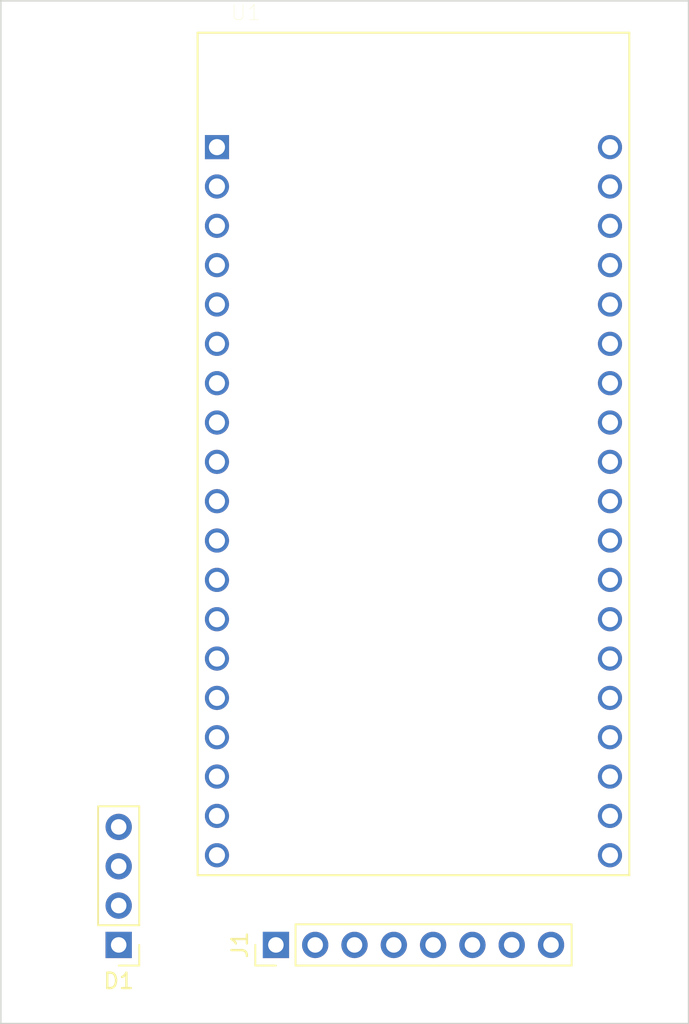
<source format=kicad_pcb>
(kicad_pcb (version 20171130) (host pcbnew "(5.1.6)-1")

  (general
    (thickness 1.6)
    (drawings 4)
    (tracks 0)
    (zones 0)
    (modules 3)
    (nets 40)
  )

  (page A4)
  (layers
    (0 F.Cu signal)
    (31 B.Cu signal)
    (32 B.Adhes user)
    (33 F.Adhes user)
    (34 B.Paste user)
    (35 F.Paste user)
    (36 B.SilkS user)
    (37 F.SilkS user)
    (38 B.Mask user)
    (39 F.Mask user)
    (40 Dwgs.User user)
    (41 Cmts.User user)
    (42 Eco1.User user)
    (43 Eco2.User user)
    (44 Edge.Cuts user)
    (45 Margin user)
    (46 B.CrtYd user)
    (47 F.CrtYd user)
    (48 B.Fab user)
    (49 F.Fab user)
  )

  (setup
    (last_trace_width 0.25)
    (trace_clearance 0.2)
    (zone_clearance 0.508)
    (zone_45_only no)
    (trace_min 0.2)
    (via_size 0.8)
    (via_drill 0.4)
    (via_min_size 0.4)
    (via_min_drill 0.3)
    (uvia_size 0.3)
    (uvia_drill 0.1)
    (uvias_allowed no)
    (uvia_min_size 0.2)
    (uvia_min_drill 0.1)
    (edge_width 0.05)
    (segment_width 0.2)
    (pcb_text_width 0.3)
    (pcb_text_size 1.5 1.5)
    (mod_edge_width 0.12)
    (mod_text_size 1 1)
    (mod_text_width 0.15)
    (pad_size 1.524 1.524)
    (pad_drill 0.762)
    (pad_to_mask_clearance 0.05)
    (aux_axis_origin 0 0)
    (grid_origin 242.57 12.7)
    (visible_elements 7FFFFFFF)
    (pcbplotparams
      (layerselection 0x010fc_ffffffff)
      (usegerberextensions false)
      (usegerberattributes true)
      (usegerberadvancedattributes true)
      (creategerberjobfile true)
      (excludeedgelayer true)
      (linewidth 0.100000)
      (plotframeref false)
      (viasonmask false)
      (mode 1)
      (useauxorigin false)
      (hpglpennumber 1)
      (hpglpenspeed 20)
      (hpglpendiameter 15.000000)
      (psnegative false)
      (psa4output false)
      (plotreference true)
      (plotvalue true)
      (plotinvisibletext false)
      (padsonsilk false)
      (subtractmaskfromsilk false)
      (outputformat 1)
      (mirror false)
      (drillshape 1)
      (scaleselection 1)
      (outputdirectory ""))
  )

  (net 0 "")
  (net 1 "Net-(D1-Pad4)")
  (net 2 "Net-(D1-Pad3)")
  (net 3 "Net-(D1-Pad2)")
  (net 4 "Net-(D1-Pad1)")
  (net 5 "Net-(J1-Pad7)")
  (net 6 "Net-(J1-Pad5)")
  (net 7 "Net-(J1-Pad4)")
  (net 8 "Net-(J1-Pad3)")
  (net 9 "Net-(J1-Pad2)")
  (net 10 "Net-(J1-Pad1)")
  (net 11 "Net-(J1-Pad8)")
  (net 12 "Net-(U1-Pad38)")
  (net 13 "Net-(U1-Pad37)")
  (net 14 "Net-(U1-Pad36)")
  (net 15 "Net-(U1-Pad35)")
  (net 16 "Net-(U1-Pad34)")
  (net 17 "Net-(U1-Pad33)")
  (net 18 "Net-(U1-Pad32)")
  (net 19 "Net-(U1-Pad31)")
  (net 20 "Net-(U1-Pad30)")
  (net 21 "Net-(U1-Pad29)")
  (net 22 "Net-(U1-Pad28)")
  (net 23 "Net-(U1-Pad27)")
  (net 24 "Net-(U1-Pad26)")
  (net 25 "Net-(U1-Pad25)")
  (net 26 "Net-(U1-Pad24)")
  (net 27 "Net-(U1-Pad23)")
  (net 28 "Net-(U1-Pad22)")
  (net 29 "Net-(U1-Pad21)")
  (net 30 "Net-(U1-Pad20)")
  (net 31 "Net-(U1-Pad17)")
  (net 32 "Net-(U1-Pad16)")
  (net 33 "Net-(U1-Pad12)")
  (net 34 "Net-(U1-Pad11)")
  (net 35 "Net-(U1-Pad10)")
  (net 36 "Net-(U1-Pad9)")
  (net 37 "Net-(U1-Pad8)")
  (net 38 "Net-(U1-Pad7)")
  (net 39 "Net-(U1-Pad6)")

  (net_class Default "This is the default net class."
    (clearance 0.2)
    (trace_width 0.25)
    (via_dia 0.8)
    (via_drill 0.4)
    (uvia_dia 0.3)
    (uvia_drill 0.1)
    (add_net "Net-(D1-Pad1)")
    (add_net "Net-(D1-Pad2)")
    (add_net "Net-(D1-Pad3)")
    (add_net "Net-(D1-Pad4)")
    (add_net "Net-(J1-Pad1)")
    (add_net "Net-(J1-Pad2)")
    (add_net "Net-(J1-Pad3)")
    (add_net "Net-(J1-Pad4)")
    (add_net "Net-(J1-Pad5)")
    (add_net "Net-(J1-Pad7)")
    (add_net "Net-(J1-Pad8)")
    (add_net "Net-(U1-Pad10)")
    (add_net "Net-(U1-Pad11)")
    (add_net "Net-(U1-Pad12)")
    (add_net "Net-(U1-Pad16)")
    (add_net "Net-(U1-Pad17)")
    (add_net "Net-(U1-Pad20)")
    (add_net "Net-(U1-Pad21)")
    (add_net "Net-(U1-Pad22)")
    (add_net "Net-(U1-Pad23)")
    (add_net "Net-(U1-Pad24)")
    (add_net "Net-(U1-Pad25)")
    (add_net "Net-(U1-Pad26)")
    (add_net "Net-(U1-Pad27)")
    (add_net "Net-(U1-Pad28)")
    (add_net "Net-(U1-Pad29)")
    (add_net "Net-(U1-Pad30)")
    (add_net "Net-(U1-Pad31)")
    (add_net "Net-(U1-Pad32)")
    (add_net "Net-(U1-Pad33)")
    (add_net "Net-(U1-Pad34)")
    (add_net "Net-(U1-Pad35)")
    (add_net "Net-(U1-Pad36)")
    (add_net "Net-(U1-Pad37)")
    (add_net "Net-(U1-Pad38)")
    (add_net "Net-(U1-Pad6)")
    (add_net "Net-(U1-Pad7)")
    (add_net "Net-(U1-Pad8)")
    (add_net "Net-(U1-Pad9)")
  )

  (module board:MODULE_ESP32-DEVKITC-32D (layer F.Cu) (tedit 5EE8BF49) (tstamp 5EE91F49)
    (at 269.24 41.91)
    (path /5EE9977B)
    (fp_text reference U1 (at -10.829175 -28.446045) (layer F.SilkS)
      (effects (font (size 1.000386 1.000386) (thickness 0.015)))
    )
    (fp_text value ESP32-DEVKITC-32D (at 1.24136 28.294535) (layer F.Fab)
      (effects (font (size 1.001047 1.001047) (thickness 0.015)))
    )
    (fp_line (start -13.95 -27.15) (end 13.95 -27.15) (layer F.Fab) (width 0.127))
    (fp_line (start 13.95 -27.15) (end 13.95 27.25) (layer F.Fab) (width 0.127))
    (fp_line (start 13.95 27.25) (end -13.95 27.25) (layer F.Fab) (width 0.127))
    (fp_line (start -13.95 27.25) (end -13.95 -27.15) (layer F.Fab) (width 0.127))
    (fp_line (start -13.95 27.25) (end -13.95 -27.15) (layer F.SilkS) (width 0.127))
    (fp_line (start -13.95 -27.15) (end 13.95 -27.15) (layer F.SilkS) (width 0.127))
    (fp_line (start 13.95 -27.15) (end 13.95 27.25) (layer F.SilkS) (width 0.127))
    (fp_line (start 13.95 27.25) (end -13.95 27.25) (layer F.SilkS) (width 0.127))
    (fp_line (start -14.2 -27.4) (end 14.2 -27.4) (layer F.CrtYd) (width 0.05))
    (fp_line (start 14.2 -27.4) (end 14.2 27.5) (layer F.CrtYd) (width 0.05))
    (fp_line (start 14.2 27.5) (end -14.2 27.5) (layer F.CrtYd) (width 0.05))
    (fp_line (start -14.2 27.5) (end -14.2 -27.4) (layer F.CrtYd) (width 0.05))
    (fp_circle (center -14.6 -19.9) (end -14.46 -19.9) (layer F.Fab) (width 0.28))
    (fp_circle (center -14.6 -19.9) (end -14.46 -19.9) (layer F.Fab) (width 0.28))
    (pad 38 thru_hole circle (at 12.7 25.96) (size 1.56 1.56) (drill 1.04) (layers *.Cu *.Mask)
      (net 12 "Net-(U1-Pad38)"))
    (pad 37 thru_hole circle (at 12.7 23.42) (size 1.56 1.56) (drill 1.04) (layers *.Cu *.Mask)
      (net 13 "Net-(U1-Pad37)"))
    (pad 36 thru_hole circle (at 12.7 20.88) (size 1.56 1.56) (drill 1.04) (layers *.Cu *.Mask)
      (net 14 "Net-(U1-Pad36)"))
    (pad 35 thru_hole circle (at 12.7 18.34) (size 1.56 1.56) (drill 1.04) (layers *.Cu *.Mask)
      (net 15 "Net-(U1-Pad35)"))
    (pad 34 thru_hole circle (at 12.7 15.8) (size 1.56 1.56) (drill 1.04) (layers *.Cu *.Mask)
      (net 16 "Net-(U1-Pad34)"))
    (pad 33 thru_hole circle (at 12.7 13.26) (size 1.56 1.56) (drill 1.04) (layers *.Cu *.Mask)
      (net 17 "Net-(U1-Pad33)"))
    (pad 32 thru_hole circle (at 12.7 10.72) (size 1.56 1.56) (drill 1.04) (layers *.Cu *.Mask)
      (net 18 "Net-(U1-Pad32)"))
    (pad 31 thru_hole circle (at 12.7 8.18) (size 1.56 1.56) (drill 1.04) (layers *.Cu *.Mask)
      (net 19 "Net-(U1-Pad31)"))
    (pad 30 thru_hole circle (at 12.7 5.64) (size 1.56 1.56) (drill 1.04) (layers *.Cu *.Mask)
      (net 20 "Net-(U1-Pad30)"))
    (pad 29 thru_hole circle (at 12.7 3.1) (size 1.56 1.56) (drill 1.04) (layers *.Cu *.Mask)
      (net 21 "Net-(U1-Pad29)"))
    (pad 28 thru_hole circle (at 12.7 0.56) (size 1.56 1.56) (drill 1.04) (layers *.Cu *.Mask)
      (net 22 "Net-(U1-Pad28)"))
    (pad 27 thru_hole circle (at 12.7 -1.98) (size 1.56 1.56) (drill 1.04) (layers *.Cu *.Mask)
      (net 23 "Net-(U1-Pad27)"))
    (pad 26 thru_hole circle (at 12.7 -4.52) (size 1.56 1.56) (drill 1.04) (layers *.Cu *.Mask)
      (net 24 "Net-(U1-Pad26)"))
    (pad 25 thru_hole circle (at 12.7 -7.06) (size 1.56 1.56) (drill 1.04) (layers *.Cu *.Mask)
      (net 25 "Net-(U1-Pad25)"))
    (pad 24 thru_hole circle (at 12.7 -9.6) (size 1.56 1.56) (drill 1.04) (layers *.Cu *.Mask)
      (net 26 "Net-(U1-Pad24)"))
    (pad 23 thru_hole circle (at 12.7 -12.14) (size 1.56 1.56) (drill 1.04) (layers *.Cu *.Mask)
      (net 27 "Net-(U1-Pad23)"))
    (pad 22 thru_hole circle (at 12.7 -14.68) (size 1.56 1.56) (drill 1.04) (layers *.Cu *.Mask)
      (net 28 "Net-(U1-Pad22)"))
    (pad 21 thru_hole circle (at 12.7 -17.22) (size 1.56 1.56) (drill 1.04) (layers *.Cu *.Mask)
      (net 29 "Net-(U1-Pad21)"))
    (pad 20 thru_hole circle (at 12.7 -19.76) (size 1.56 1.56) (drill 1.04) (layers *.Cu *.Mask)
      (net 30 "Net-(U1-Pad20)"))
    (pad 18 thru_hole circle (at -12.7 23.42) (size 1.56 1.56) (drill 1.04) (layers *.Cu *.Mask)
      (net 5 "Net-(J1-Pad7)"))
    (pad 17 thru_hole circle (at -12.7 20.88) (size 1.56 1.56) (drill 1.04) (layers *.Cu *.Mask)
      (net 31 "Net-(U1-Pad17)"))
    (pad 16 thru_hole circle (at -12.7 18.34) (size 1.56 1.56) (drill 1.04) (layers *.Cu *.Mask)
      (net 32 "Net-(U1-Pad16)"))
    (pad 15 thru_hole circle (at -12.7 15.8) (size 1.56 1.56) (drill 1.04) (layers *.Cu *.Mask)
      (net 10 "Net-(J1-Pad1)"))
    (pad 14 thru_hole circle (at -12.7 13.26) (size 1.56 1.56) (drill 1.04) (layers *.Cu *.Mask)
      (net 7 "Net-(J1-Pad4)"))
    (pad 13 thru_hole circle (at -12.7 10.72) (size 1.56 1.56) (drill 1.04) (layers *.Cu *.Mask)
      (net 9 "Net-(J1-Pad2)"))
    (pad 12 thru_hole circle (at -12.7 8.18) (size 1.56 1.56) (drill 1.04) (layers *.Cu *.Mask)
      (net 33 "Net-(U1-Pad12)"))
    (pad 11 thru_hole circle (at -12.7 5.64) (size 1.56 1.56) (drill 1.04) (layers *.Cu *.Mask)
      (net 34 "Net-(U1-Pad11)"))
    (pad 10 thru_hole circle (at -12.7 3.1) (size 1.56 1.56) (drill 1.04) (layers *.Cu *.Mask)
      (net 35 "Net-(U1-Pad10)"))
    (pad 9 thru_hole circle (at -12.7 0.56) (size 1.56 1.56) (drill 1.04) (layers *.Cu *.Mask)
      (net 36 "Net-(U1-Pad9)"))
    (pad 8 thru_hole circle (at -12.7 -1.98) (size 1.56 1.56) (drill 1.04) (layers *.Cu *.Mask)
      (net 37 "Net-(U1-Pad8)"))
    (pad 7 thru_hole circle (at -12.7 -4.52) (size 1.56 1.56) (drill 1.04) (layers *.Cu *.Mask)
      (net 38 "Net-(U1-Pad7)"))
    (pad 6 thru_hole circle (at -12.7 -7.06) (size 1.56 1.56) (drill 1.04) (layers *.Cu *.Mask)
      (net 39 "Net-(U1-Pad6)"))
    (pad 5 thru_hole circle (at -12.7 -9.6) (size 1.56 1.56) (drill 1.04) (layers *.Cu *.Mask)
      (net 3 "Net-(D1-Pad2)"))
    (pad 4 thru_hole circle (at -12.7 -12.14) (size 1.56 1.56) (drill 1.04) (layers *.Cu *.Mask)
      (net 2 "Net-(D1-Pad3)"))
    (pad 3 thru_hole circle (at -12.7 -14.68) (size 1.56 1.56) (drill 1.04) (layers *.Cu *.Mask)
      (net 1 "Net-(D1-Pad4)"))
    (pad 19 thru_hole circle (at -12.7 25.96) (size 1.56 1.56) (drill 1.04) (layers *.Cu *.Mask)
      (net 8 "Net-(J1-Pad3)"))
    (pad 2 thru_hole circle (at -12.7 -17.22) (size 1.56 1.56) (drill 1.04) (layers *.Cu *.Mask)
      (net 4 "Net-(D1-Pad1)"))
    (pad 1 thru_hole rect (at -12.7 -19.76) (size 1.56 1.56) (drill 1.04) (layers *.Cu *.Mask)
      (net 11 "Net-(J1-Pad8)"))
  )

  (module Connector_PinHeader_2.54mm:PinHeader_1x08_P2.54mm_Vertical (layer F.Cu) (tedit 59FED5CC) (tstamp 5EE91C30)
    (at 260.35 73.66 90)
    (descr "Through hole straight pin header, 1x08, 2.54mm pitch, single row")
    (tags "Through hole pin header THT 1x08 2.54mm single row")
    (path /5EE8F26F)
    (fp_text reference J1 (at 0 -2.33 90) (layer F.SilkS)
      (effects (font (size 1 1) (thickness 0.15)))
    )
    (fp_text value RFID-RC522 (at 0 20.11 90) (layer F.Fab)
      (effects (font (size 1 1) (thickness 0.15)))
    )
    (fp_line (start 1.8 -1.8) (end -1.8 -1.8) (layer F.CrtYd) (width 0.05))
    (fp_line (start 1.8 19.55) (end 1.8 -1.8) (layer F.CrtYd) (width 0.05))
    (fp_line (start -1.8 19.55) (end 1.8 19.55) (layer F.CrtYd) (width 0.05))
    (fp_line (start -1.8 -1.8) (end -1.8 19.55) (layer F.CrtYd) (width 0.05))
    (fp_line (start -1.33 -1.33) (end 0 -1.33) (layer F.SilkS) (width 0.12))
    (fp_line (start -1.33 0) (end -1.33 -1.33) (layer F.SilkS) (width 0.12))
    (fp_line (start -1.33 1.27) (end 1.33 1.27) (layer F.SilkS) (width 0.12))
    (fp_line (start 1.33 1.27) (end 1.33 19.11) (layer F.SilkS) (width 0.12))
    (fp_line (start -1.33 1.27) (end -1.33 19.11) (layer F.SilkS) (width 0.12))
    (fp_line (start -1.33 19.11) (end 1.33 19.11) (layer F.SilkS) (width 0.12))
    (fp_line (start -1.27 -0.635) (end -0.635 -1.27) (layer F.Fab) (width 0.1))
    (fp_line (start -1.27 19.05) (end -1.27 -0.635) (layer F.Fab) (width 0.1))
    (fp_line (start 1.27 19.05) (end -1.27 19.05) (layer F.Fab) (width 0.1))
    (fp_line (start 1.27 -1.27) (end 1.27 19.05) (layer F.Fab) (width 0.1))
    (fp_line (start -0.635 -1.27) (end 1.27 -1.27) (layer F.Fab) (width 0.1))
    (fp_text user %R (at 0 8.89) (layer F.Fab)
      (effects (font (size 1 1) (thickness 0.15)))
    )
    (pad 8 thru_hole oval (at 0 17.78 90) (size 1.7 1.7) (drill 1) (layers *.Cu *.Mask)
      (net 11 "Net-(J1-Pad8)"))
    (pad 7 thru_hole oval (at 0 15.24 90) (size 1.7 1.7) (drill 1) (layers *.Cu *.Mask)
      (net 5 "Net-(J1-Pad7)"))
    (pad 6 thru_hole oval (at 0 12.7 90) (size 1.7 1.7) (drill 1) (layers *.Cu *.Mask)
      (net 4 "Net-(D1-Pad1)"))
    (pad 5 thru_hole oval (at 0 10.16 90) (size 1.7 1.7) (drill 1) (layers *.Cu *.Mask)
      (net 6 "Net-(J1-Pad5)"))
    (pad 4 thru_hole oval (at 0 7.62 90) (size 1.7 1.7) (drill 1) (layers *.Cu *.Mask)
      (net 7 "Net-(J1-Pad4)"))
    (pad 3 thru_hole oval (at 0 5.08 90) (size 1.7 1.7) (drill 1) (layers *.Cu *.Mask)
      (net 8 "Net-(J1-Pad3)"))
    (pad 2 thru_hole oval (at 0 2.54 90) (size 1.7 1.7) (drill 1) (layers *.Cu *.Mask)
      (net 9 "Net-(J1-Pad2)"))
    (pad 1 thru_hole rect (at 0 0 90) (size 1.7 1.7) (drill 1) (layers *.Cu *.Mask)
      (net 10 "Net-(J1-Pad1)"))
    (model ${KISYS3DMOD}/Connector_PinHeader_2.54mm.3dshapes/PinHeader_1x08_P2.54mm_Vertical.wrl
      (at (xyz 0 0 0))
      (scale (xyz 1 1 1))
      (rotate (xyz 0 0 0))
    )
  )

  (module Connector_PinHeader_2.54mm:PinHeader_1x04_P2.54mm_Vertical (layer F.Cu) (tedit 59FED5CC) (tstamp 5EE91C15)
    (at 250.19 73.66 180)
    (descr "Through hole straight pin header, 1x04, 2.54mm pitch, single row")
    (tags "Through hole pin header THT 1x04 2.54mm single row")
    (path /5EEA7B0B)
    (fp_text reference D1 (at 0 -2.33) (layer F.SilkS)
      (effects (font (size 1 1) (thickness 0.15)))
    )
    (fp_text value LED_ARBG (at 0 9.95) (layer F.Fab)
      (effects (font (size 1 1) (thickness 0.15)))
    )
    (fp_line (start 1.8 -1.8) (end -1.8 -1.8) (layer F.CrtYd) (width 0.05))
    (fp_line (start 1.8 9.4) (end 1.8 -1.8) (layer F.CrtYd) (width 0.05))
    (fp_line (start -1.8 9.4) (end 1.8 9.4) (layer F.CrtYd) (width 0.05))
    (fp_line (start -1.8 -1.8) (end -1.8 9.4) (layer F.CrtYd) (width 0.05))
    (fp_line (start -1.33 -1.33) (end 0 -1.33) (layer F.SilkS) (width 0.12))
    (fp_line (start -1.33 0) (end -1.33 -1.33) (layer F.SilkS) (width 0.12))
    (fp_line (start -1.33 1.27) (end 1.33 1.27) (layer F.SilkS) (width 0.12))
    (fp_line (start 1.33 1.27) (end 1.33 8.95) (layer F.SilkS) (width 0.12))
    (fp_line (start -1.33 1.27) (end -1.33 8.95) (layer F.SilkS) (width 0.12))
    (fp_line (start -1.33 8.95) (end 1.33 8.95) (layer F.SilkS) (width 0.12))
    (fp_line (start -1.27 -0.635) (end -0.635 -1.27) (layer F.Fab) (width 0.1))
    (fp_line (start -1.27 8.89) (end -1.27 -0.635) (layer F.Fab) (width 0.1))
    (fp_line (start 1.27 8.89) (end -1.27 8.89) (layer F.Fab) (width 0.1))
    (fp_line (start 1.27 -1.27) (end 1.27 8.89) (layer F.Fab) (width 0.1))
    (fp_line (start -0.635 -1.27) (end 1.27 -1.27) (layer F.Fab) (width 0.1))
    (fp_text user %R (at 0 3.81 90) (layer F.Fab)
      (effects (font (size 1 1) (thickness 0.15)))
    )
    (pad 4 thru_hole oval (at 0 7.62 180) (size 1.7 1.7) (drill 1) (layers *.Cu *.Mask)
      (net 1 "Net-(D1-Pad4)"))
    (pad 3 thru_hole oval (at 0 5.08 180) (size 1.7 1.7) (drill 1) (layers *.Cu *.Mask)
      (net 2 "Net-(D1-Pad3)"))
    (pad 2 thru_hole oval (at 0 2.54 180) (size 1.7 1.7) (drill 1) (layers *.Cu *.Mask)
      (net 3 "Net-(D1-Pad2)"))
    (pad 1 thru_hole rect (at 0 0 180) (size 1.7 1.7) (drill 1) (layers *.Cu *.Mask)
      (net 4 "Net-(D1-Pad1)"))
    (model ${KISYS3DMOD}/Connector_PinHeader_2.54mm.3dshapes/PinHeader_1x04_P2.54mm_Vertical.wrl
      (at (xyz 0 0 0))
      (scale (xyz 1 1 1))
      (rotate (xyz 0 0 0))
    )
  )

  (gr_line (start 287.02 12.7) (end 287.02 78.74) (layer Edge.Cuts) (width 0.1))
  (gr_line (start 242.57 12.7) (end 287.02 12.7) (layer Edge.Cuts) (width 0.1))
  (gr_line (start 242.57 78.74) (end 242.57 12.7) (layer Edge.Cuts) (width 0.1))
  (gr_line (start 287.02 78.74) (end 242.57 78.74) (layer Edge.Cuts) (width 0.1))

)

</source>
